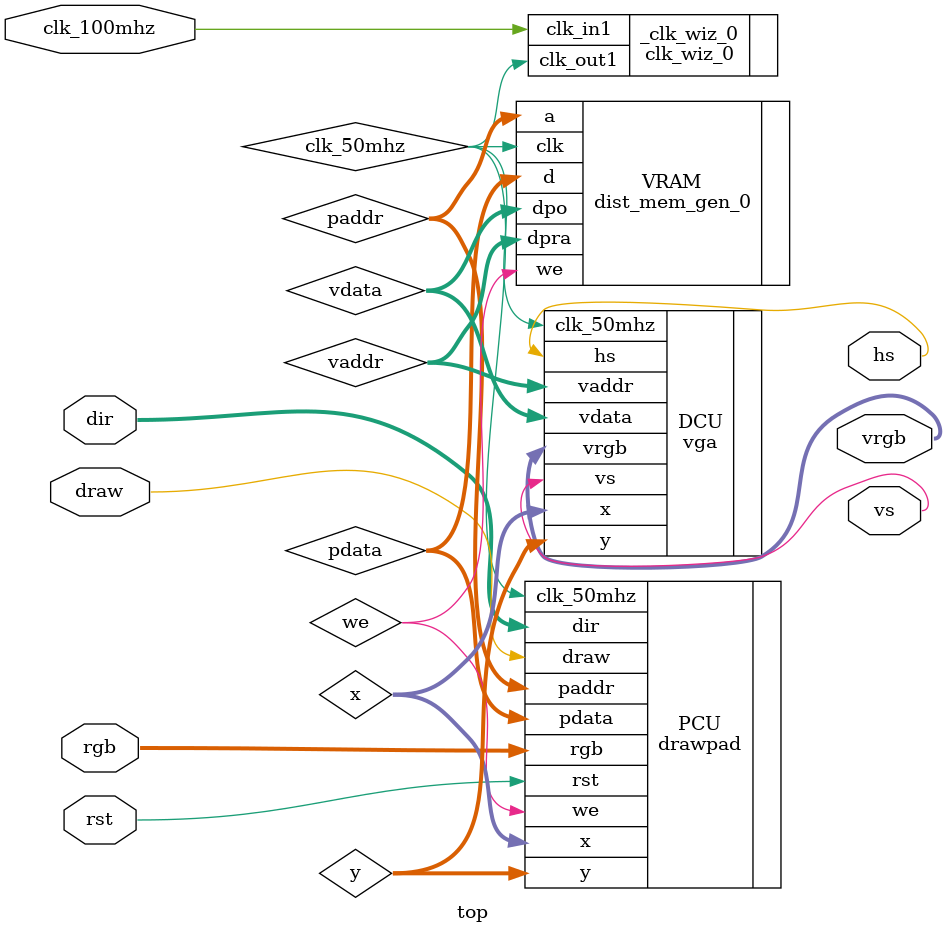
<source format=v>
`timescale 1ns / 1ps


module top(
    input clk_100mhz,
    input [11:0] rgb,
    input [3:0] dir,
    input draw,
    input rst,
    output [11:0] vrgb,
    output hs,
    output vs
    );
    
    wire [15:0] vaddr;
    wire [11:0] vdata;
    
    wire [7:0] x, y;
    
    wire we;
    wire [15:0] paddr;
    wire [11:0] pdata;
    
    wire clk_50mhz;
    clk_wiz_0 _clk_wiz_0 (
        .clk_in1(clk_100mhz),
        .clk_out1(clk_50mhz)
    );
    
    vga DCU (
        .clk_50mhz(clk_50mhz),
        .vdata(vdata),
        .x(x),
        .y(y),
        .hs(hs),
        .vs(vs),
        .vrgb(vrgb),
        .vaddr(vaddr)
    );
    
    dist_mem_gen_0 VRAM (
        .dpra(vaddr),
        .dpo(vdata),
        .clk(clk_50mhz),
        .a(paddr),
        .d(pdata),
        .we(we)
    );
    
    drawpad PCU (
        .rgb(rgb),
        .dir(dir),
        .draw(draw),
        .x(x),
        .y(y),
        .clk_50mhz(clk_50mhz),
        .rst(rst),
        .paddr(paddr),
        .pdata(pdata),
        .we(we)
    );
    
endmodule

</source>
